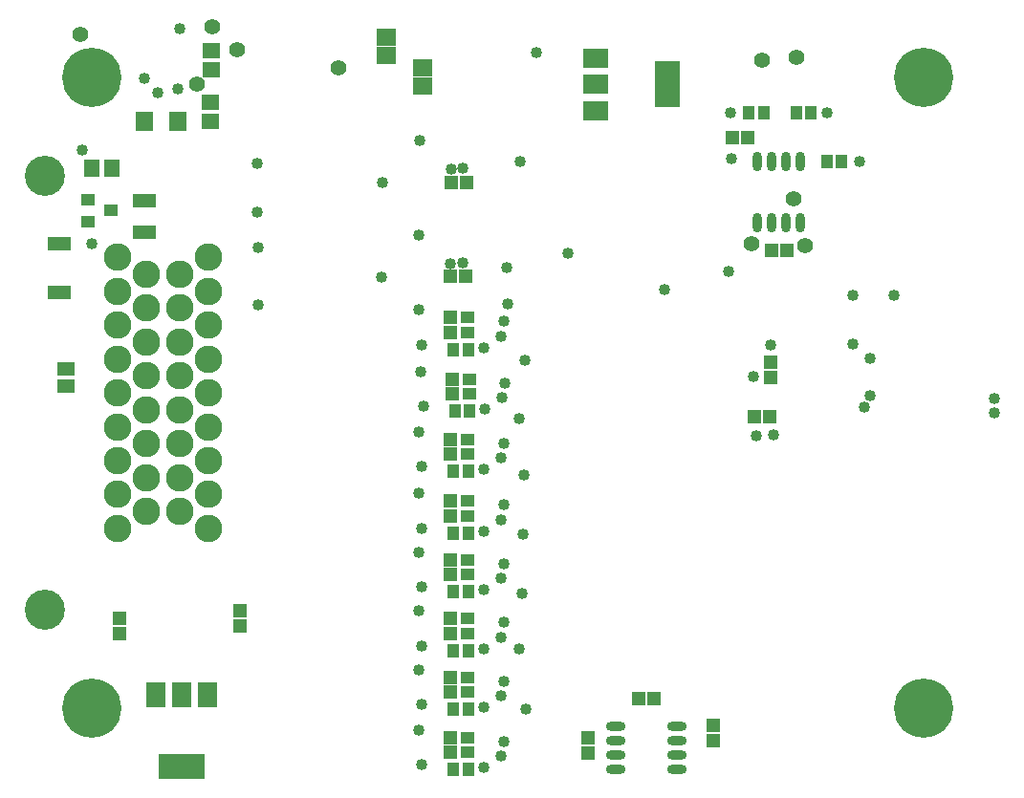
<source format=gbs>
%FSTAX23Y23*%
%MOIN*%
%SFA1B1*%

%IPPOS*%
%ADD25R,0.045430X0.049370*%
%ADD29R,0.049370X0.045430*%
%ADD30R,0.047400X0.043470*%
%ADD34R,0.043470X0.047400*%
%ADD36C,0.096610*%
%ADD37C,0.139920*%
%ADD38C,0.206850*%
%ADD39C,0.040000*%
%ADD40C,0.055000*%
%ADD66O,0.067090X0.033620*%
%ADD67R,0.088740X0.159610*%
%ADD68R,0.088740X0.069060*%
%ADD69R,0.159610X0.088740*%
%ADD70R,0.069060X0.088740*%
%ADD71R,0.045430X0.041500*%
%ADD72R,0.063150X0.055280*%
%ADD73R,0.063150X0.067090*%
%ADD74O,0.033620X0.067090*%
%ADD75R,0.065120X0.061180*%
%ADD76R,0.059210X0.047400*%
%ADD77R,0.084800X0.045430*%
%ADD78R,0.055280X0.063150*%
%ADD79R,0.080870X0.049370*%
%LNsg_can_board-1*%
%LPD*%
G54D25*
X02722Y01895D03*
X02669D03*
X02533Y0229D03*
X02586D03*
X01604Y02134D03*
X01551D03*
X01602Y01806D03*
X01549D03*
X02205Y00332D03*
X02258D03*
X0261Y01318D03*
X02663D03*
G54D29*
X00816Y00641D03*
Y00588D03*
X0203Y00142D03*
Y00196D03*
X02466Y00186D03*
Y00239D03*
X00396Y00559D03*
Y00613D03*
X02666Y01453D03*
Y01506D03*
X0155Y00145D03*
Y00198D03*
Y00408D03*
Y00355D03*
Y01023D03*
Y0097D03*
Y01238D03*
Y01185D03*
Y00818D03*
Y00765D03*
Y00613D03*
Y0056D03*
X01555Y01448D03*
Y01395D03*
X0155Y01663D03*
Y0161D03*
G54D30*
X01609Y00145D03*
Y00197D03*
Y00407D03*
Y00355D03*
Y01022D03*
Y0097D03*
Y01237D03*
Y01185D03*
Y00817D03*
Y00765D03*
Y00612D03*
Y0056D03*
X01614Y01447D03*
Y01395D03*
X01609Y01662D03*
Y0161D03*
G54D34*
X02641Y02375D03*
X02755D03*
X0259D03*
X02806D03*
X02861Y02205D03*
X02912D03*
X01559Y00086D03*
X01611D03*
X01559Y00296D03*
X01611D03*
X01559Y00911D03*
X01611D03*
X01559Y01126D03*
X01611D03*
X01559Y00706D03*
X01611D03*
X01559Y00501D03*
X01611D03*
X01564Y01336D03*
X01616D03*
X01559Y01551D03*
X01611D03*
G54D36*
X00704Y00927D03*
Y01045D03*
Y01163D03*
Y01281D03*
Y014D03*
Y01518D03*
Y01636D03*
Y01754D03*
Y01872D03*
X00606Y01104D03*
Y01222D03*
Y0134D03*
Y01459D03*
Y01577D03*
Y01695D03*
Y01813D03*
X00488Y01104D03*
Y01222D03*
Y0134D03*
Y01459D03*
Y01577D03*
X0039Y00927D03*
Y01045D03*
Y01163D03*
Y01281D03*
Y014D03*
Y01518D03*
Y01636D03*
Y01754D03*
Y01872D03*
X00606Y00986D03*
X00488D03*
Y01813D03*
Y01695D03*
G54D37*
X00134Y02157D03*
Y00642D03*
G54D38*
X003Y003D03*
Y025D03*
X032Y003D03*
Y025D03*
G54D39*
X01849Y02588D03*
X01813Y00296D03*
X01746Y01838D03*
X01791Y02207D03*
X01748Y01709D03*
X01809Y01514D03*
X0179Y01309D03*
X01805Y01113D03*
X01801Y00908D03*
X018Y007D03*
X0179Y00508D03*
X003Y0192D03*
X02607Y01455D03*
X01552Y0218D03*
X03445Y0133D03*
Y0138D03*
X02675Y01252D03*
X02615Y01251D03*
X02975Y02205D03*
X0253Y02215D03*
X00875Y022D03*
Y02031D03*
X0088Y01905D03*
Y01707D03*
X01311Y02133D03*
X01441Y02279D03*
X0196Y01886D03*
X01593Y02182D03*
X0144Y01689D03*
X0145Y01567D03*
X01665Y01557D03*
X01734Y01649D03*
X01725Y01597D03*
X01445Y01474D03*
X01455Y01352D03*
X0167Y01342D03*
X01739Y01434D03*
X0173Y01382D03*
X0144Y01264D03*
X0145Y01142D03*
X01665Y01132D03*
X01734Y01224D03*
X01725Y01172D03*
X0144Y01049D03*
X0145Y00927D03*
X01665Y00917D03*
X01734Y01009D03*
X01725Y00957D03*
X0144Y00844D03*
X0145Y00722D03*
X01665Y00712D03*
X01734Y00804D03*
X01725Y00752D03*
X0144Y00639D03*
X0145Y00517D03*
X01665Y00507D03*
X01734Y00599D03*
X01725Y00547D03*
X0144Y00434D03*
X0145Y00312D03*
X01665Y00302D03*
X01734Y00394D03*
X01725Y00342D03*
X00604Y0267D03*
X0053Y02445D03*
X00265Y02248D03*
X01308Y01804D03*
X0155Y01851D03*
X006Y02461D03*
X01438Y0195D03*
X02295Y01759D03*
X02519Y01823D03*
X00482Y02495D03*
X01734Y00184D03*
X03094Y0174D03*
X02951D03*
X0145Y00102D03*
X0144Y00224D03*
X01665Y00092D03*
X01725Y00132D03*
X02666Y01568D03*
X03011Y0152D03*
X03013Y0139D03*
X02953Y0157D03*
X02993Y0135D03*
X01591Y01853D03*
X02526Y02375D03*
X02861D03*
G54D40*
X01158Y02533D03*
X02637Y02561D03*
X02755Y0257D03*
X02744Y02076D03*
X02784Y01913D03*
X026Y0192D03*
X0072Y02675D03*
X00805Y02597D03*
X00667Y02475D03*
X0026Y02649D03*
G54D66*
X02339Y00236D03*
Y00186D03*
Y00136D03*
Y00086D03*
X02125Y00236D03*
Y00186D03*
Y00136D03*
Y00086D03*
G54D67*
X02304Y02475D03*
G54D68*
X02055Y02565D03*
Y02475D03*
Y02384D03*
G54D69*
X00613Y00097D03*
G54D70*
X00703Y00345D03*
X00613D03*
X00522D03*
G54D71*
X00366Y02036D03*
X00287Y01998D03*
Y02073D03*
G54D72*
X00712Y02414D03*
Y02345D03*
X00715Y02525D03*
Y02594D03*
G54D73*
X00598Y02345D03*
X00481D03*
G54D74*
X0267Y02207D03*
X0272D03*
X0277Y01992D03*
X0272D03*
X0267D03*
X0262D03*
X0277Y02207D03*
X0262D03*
G54D75*
X01326Y02577D03*
Y0264D03*
X01453Y0247D03*
Y02533D03*
G54D76*
X0021Y01483D03*
Y01422D03*
G54D77*
X00185Y01749D03*
Y0192D03*
G54D78*
X003Y02183D03*
X00369D03*
G54D79*
X00483Y0196D03*
Y02071D03*
M02*
</source>
